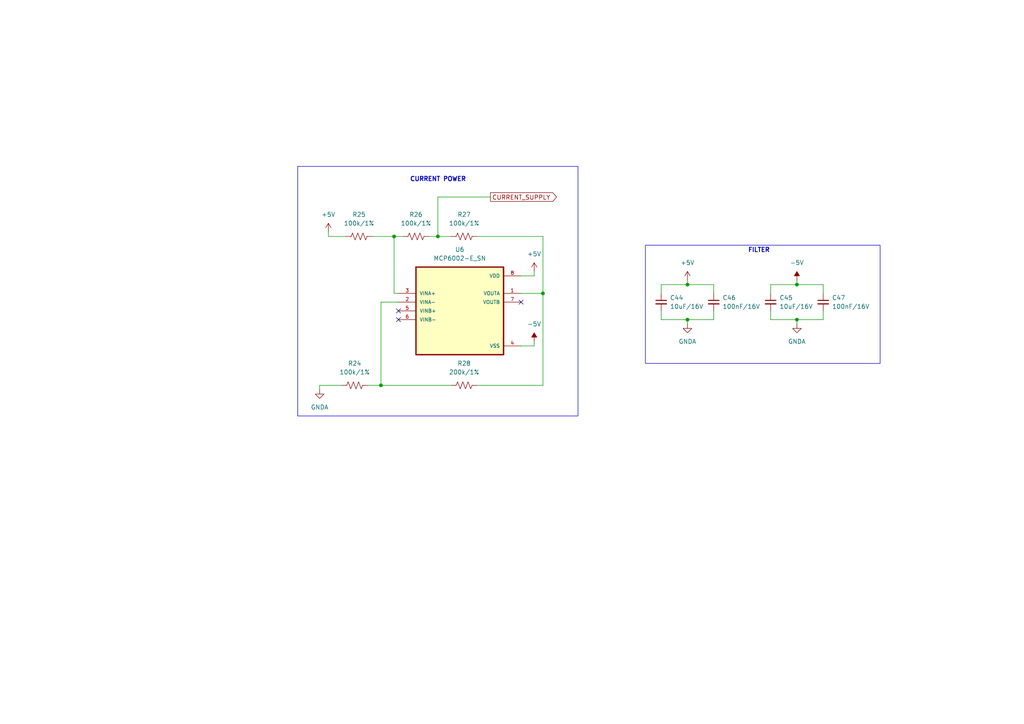
<source format=kicad_sch>
(kicad_sch
	(version 20231120)
	(generator "eeschema")
	(generator_version "8.0")
	(uuid "c51c36bc-9c8a-4b90-ab7a-6ec9b013d740")
	(paper "A4")
	(title_block
		(title "CURRENT SUPPLY")
		(date "2024-03-08")
	)
	(lib_symbols
		(symbol "Device:C_Small"
			(pin_numbers hide)
			(pin_names
				(offset 0.254) hide)
			(exclude_from_sim no)
			(in_bom yes)
			(on_board yes)
			(property "Reference" "C"
				(at 0.254 1.778 0)
				(effects
					(font
						(size 1.27 1.27)
					)
					(justify left)
				)
			)
			(property "Value" "C_Small"
				(at 0.254 -2.032 0)
				(effects
					(font
						(size 1.27 1.27)
					)
					(justify left)
				)
			)
			(property "Footprint" ""
				(at 0 0 0)
				(effects
					(font
						(size 1.27 1.27)
					)
					(hide yes)
				)
			)
			(property "Datasheet" "~"
				(at 0 0 0)
				(effects
					(font
						(size 1.27 1.27)
					)
					(hide yes)
				)
			)
			(property "Description" "Unpolarized capacitor, small symbol"
				(at 0 0 0)
				(effects
					(font
						(size 1.27 1.27)
					)
					(hide yes)
				)
			)
			(property "ki_keywords" "capacitor cap"
				(at 0 0 0)
				(effects
					(font
						(size 1.27 1.27)
					)
					(hide yes)
				)
			)
			(property "ki_fp_filters" "C_*"
				(at 0 0 0)
				(effects
					(font
						(size 1.27 1.27)
					)
					(hide yes)
				)
			)
			(symbol "C_Small_0_1"
				(polyline
					(pts
						(xy -1.524 -0.508) (xy 1.524 -0.508)
					)
					(stroke
						(width 0.3302)
						(type default)
					)
					(fill
						(type none)
					)
				)
				(polyline
					(pts
						(xy -1.524 0.508) (xy 1.524 0.508)
					)
					(stroke
						(width 0.3048)
						(type default)
					)
					(fill
						(type none)
					)
				)
			)
			(symbol "C_Small_1_1"
				(pin passive line
					(at 0 2.54 270)
					(length 2.032)
					(name "~"
						(effects
							(font
								(size 1.27 1.27)
							)
						)
					)
					(number "1"
						(effects
							(font
								(size 1.27 1.27)
							)
						)
					)
				)
				(pin passive line
					(at 0 -2.54 90)
					(length 2.032)
					(name "~"
						(effects
							(font
								(size 1.27 1.27)
							)
						)
					)
					(number "2"
						(effects
							(font
								(size 1.27 1.27)
							)
						)
					)
				)
			)
		)
		(symbol "Device:R_US"
			(pin_numbers hide)
			(pin_names
				(offset 0)
			)
			(exclude_from_sim no)
			(in_bom yes)
			(on_board yes)
			(property "Reference" "R"
				(at 2.54 0 90)
				(effects
					(font
						(size 1.27 1.27)
					)
				)
			)
			(property "Value" "R_US"
				(at -2.54 0 90)
				(effects
					(font
						(size 1.27 1.27)
					)
				)
			)
			(property "Footprint" ""
				(at 1.016 -0.254 90)
				(effects
					(font
						(size 1.27 1.27)
					)
					(hide yes)
				)
			)
			(property "Datasheet" "~"
				(at 0 0 0)
				(effects
					(font
						(size 1.27 1.27)
					)
					(hide yes)
				)
			)
			(property "Description" "Resistor, US symbol"
				(at 0 0 0)
				(effects
					(font
						(size 1.27 1.27)
					)
					(hide yes)
				)
			)
			(property "ki_keywords" "R res resistor"
				(at 0 0 0)
				(effects
					(font
						(size 1.27 1.27)
					)
					(hide yes)
				)
			)
			(property "ki_fp_filters" "R_*"
				(at 0 0 0)
				(effects
					(font
						(size 1.27 1.27)
					)
					(hide yes)
				)
			)
			(symbol "R_US_0_1"
				(polyline
					(pts
						(xy 0 -2.286) (xy 0 -2.54)
					)
					(stroke
						(width 0)
						(type default)
					)
					(fill
						(type none)
					)
				)
				(polyline
					(pts
						(xy 0 2.286) (xy 0 2.54)
					)
					(stroke
						(width 0)
						(type default)
					)
					(fill
						(type none)
					)
				)
				(polyline
					(pts
						(xy 0 -0.762) (xy 1.016 -1.143) (xy 0 -1.524) (xy -1.016 -1.905) (xy 0 -2.286)
					)
					(stroke
						(width 0)
						(type default)
					)
					(fill
						(type none)
					)
				)
				(polyline
					(pts
						(xy 0 0.762) (xy 1.016 0.381) (xy 0 0) (xy -1.016 -0.381) (xy 0 -0.762)
					)
					(stroke
						(width 0)
						(type default)
					)
					(fill
						(type none)
					)
				)
				(polyline
					(pts
						(xy 0 2.286) (xy 1.016 1.905) (xy 0 1.524) (xy -1.016 1.143) (xy 0 0.762)
					)
					(stroke
						(width 0)
						(type default)
					)
					(fill
						(type none)
					)
				)
			)
			(symbol "R_US_1_1"
				(pin passive line
					(at 0 3.81 270)
					(length 1.27)
					(name "~"
						(effects
							(font
								(size 1.27 1.27)
							)
						)
					)
					(number "1"
						(effects
							(font
								(size 1.27 1.27)
							)
						)
					)
				)
				(pin passive line
					(at 0 -3.81 90)
					(length 1.27)
					(name "~"
						(effects
							(font
								(size 1.27 1.27)
							)
						)
					)
					(number "2"
						(effects
							(font
								(size 1.27 1.27)
							)
						)
					)
				)
			)
		)
		(symbol "MCP6002-E_SN:MCP6002-E_SN"
			(pin_names
				(offset 1.016)
			)
			(exclude_from_sim no)
			(in_bom yes)
			(on_board yes)
			(property "Reference" "U"
				(at -12.7 13.7 0)
				(effects
					(font
						(size 1.27 1.27)
					)
					(justify left bottom)
				)
			)
			(property "Value" "MCP6002-E_SN"
				(at -12.7 -16.7 0)
				(effects
					(font
						(size 1.27 1.27)
					)
					(justify left bottom)
				)
			)
			(property "Footprint" "MCP6002-E_SN:SOIC127P599X175-8N"
				(at 0 0 0)
				(effects
					(font
						(size 1.27 1.27)
					)
					(justify bottom)
					(hide yes)
				)
			)
			(property "Datasheet" ""
				(at 0 0 0)
				(effects
					(font
						(size 1.27 1.27)
					)
					(hide yes)
				)
			)
			(property "Description" ""
				(at 0 0 0)
				(effects
					(font
						(size 1.27 1.27)
					)
					(hide yes)
				)
			)
			(property "URL" "https://www.thegioiic.com/mcp6002-i-sn-ic-opamp-general-purpose-amplifier-2-circuit-1mhz-8-soic"
				(at 0 0 0)
				(effects
					(font
						(size 1.27 1.27)
					)
					(hide yes)
				)
			)
			(symbol "MCP6002-E_SN_0_0"
				(rectangle
					(start -12.7 -12.7)
					(end 12.7 12.7)
					(stroke
						(width 0.41)
						(type default)
					)
					(fill
						(type background)
					)
				)
				(pin output line
					(at 17.78 5.08 180)
					(length 5.08)
					(name "VOUTA"
						(effects
							(font
								(size 1.016 1.016)
							)
						)
					)
					(number "1"
						(effects
							(font
								(size 1.016 1.016)
							)
						)
					)
				)
				(pin input line
					(at -17.78 2.54 0)
					(length 5.08)
					(name "VINA-"
						(effects
							(font
								(size 1.016 1.016)
							)
						)
					)
					(number "2"
						(effects
							(font
								(size 1.016 1.016)
							)
						)
					)
				)
				(pin input line
					(at -17.78 5.08 0)
					(length 5.08)
					(name "VINA+"
						(effects
							(font
								(size 1.016 1.016)
							)
						)
					)
					(number "3"
						(effects
							(font
								(size 1.016 1.016)
							)
						)
					)
				)
				(pin power_in line
					(at 17.78 -10.16 180)
					(length 5.08)
					(name "VSS"
						(effects
							(font
								(size 1.016 1.016)
							)
						)
					)
					(number "4"
						(effects
							(font
								(size 1.016 1.016)
							)
						)
					)
				)
				(pin input line
					(at -17.78 0 0)
					(length 5.08)
					(name "VINB+"
						(effects
							(font
								(size 1.016 1.016)
							)
						)
					)
					(number "5"
						(effects
							(font
								(size 1.016 1.016)
							)
						)
					)
				)
				(pin input line
					(at -17.78 -2.54 0)
					(length 5.08)
					(name "VINB-"
						(effects
							(font
								(size 1.016 1.016)
							)
						)
					)
					(number "6"
						(effects
							(font
								(size 1.016 1.016)
							)
						)
					)
				)
				(pin output line
					(at 17.78 2.54 180)
					(length 5.08)
					(name "VOUTB"
						(effects
							(font
								(size 1.016 1.016)
							)
						)
					)
					(number "7"
						(effects
							(font
								(size 1.016 1.016)
							)
						)
					)
				)
				(pin power_in line
					(at 17.78 10.16 180)
					(length 5.08)
					(name "VDD"
						(effects
							(font
								(size 1.016 1.016)
							)
						)
					)
					(number "8"
						(effects
							(font
								(size 1.016 1.016)
							)
						)
					)
				)
			)
		)
		(symbol "power:+5V"
			(power)
			(pin_names
				(offset 0)
			)
			(exclude_from_sim no)
			(in_bom yes)
			(on_board yes)
			(property "Reference" "#PWR"
				(at 0 -3.81 0)
				(effects
					(font
						(size 1.27 1.27)
					)
					(hide yes)
				)
			)
			(property "Value" "+5V"
				(at 0 3.556 0)
				(effects
					(font
						(size 1.27 1.27)
					)
				)
			)
			(property "Footprint" ""
				(at 0 0 0)
				(effects
					(font
						(size 1.27 1.27)
					)
					(hide yes)
				)
			)
			(property "Datasheet" ""
				(at 0 0 0)
				(effects
					(font
						(size 1.27 1.27)
					)
					(hide yes)
				)
			)
			(property "Description" "Power symbol creates a global label with name \"+5V\""
				(at 0 0 0)
				(effects
					(font
						(size 1.27 1.27)
					)
					(hide yes)
				)
			)
			(property "ki_keywords" "global power"
				(at 0 0 0)
				(effects
					(font
						(size 1.27 1.27)
					)
					(hide yes)
				)
			)
			(symbol "+5V_0_1"
				(polyline
					(pts
						(xy -0.762 1.27) (xy 0 2.54)
					)
					(stroke
						(width 0)
						(type default)
					)
					(fill
						(type none)
					)
				)
				(polyline
					(pts
						(xy 0 0) (xy 0 2.54)
					)
					(stroke
						(width 0)
						(type default)
					)
					(fill
						(type none)
					)
				)
				(polyline
					(pts
						(xy 0 2.54) (xy 0.762 1.27)
					)
					(stroke
						(width 0)
						(type default)
					)
					(fill
						(type none)
					)
				)
			)
			(symbol "+5V_1_1"
				(pin power_in line
					(at 0 0 90)
					(length 0) hide
					(name "+5V"
						(effects
							(font
								(size 1.27 1.27)
							)
						)
					)
					(number "1"
						(effects
							(font
								(size 1.27 1.27)
							)
						)
					)
				)
			)
		)
		(symbol "power:-5V"
			(power)
			(pin_names
				(offset 0)
			)
			(exclude_from_sim no)
			(in_bom yes)
			(on_board yes)
			(property "Reference" "#PWR"
				(at 0 2.54 0)
				(effects
					(font
						(size 1.27 1.27)
					)
					(hide yes)
				)
			)
			(property "Value" "-5V"
				(at 0 3.81 0)
				(effects
					(font
						(size 1.27 1.27)
					)
				)
			)
			(property "Footprint" ""
				(at 0 0 0)
				(effects
					(font
						(size 1.27 1.27)
					)
					(hide yes)
				)
			)
			(property "Datasheet" ""
				(at 0 0 0)
				(effects
					(font
						(size 1.27 1.27)
					)
					(hide yes)
				)
			)
			(property "Description" "Power symbol creates a global label with name \"-5V\""
				(at 0 0 0)
				(effects
					(font
						(size 1.27 1.27)
					)
					(hide yes)
				)
			)
			(property "ki_keywords" "global power"
				(at 0 0 0)
				(effects
					(font
						(size 1.27 1.27)
					)
					(hide yes)
				)
			)
			(symbol "-5V_0_0"
				(pin power_in line
					(at 0 0 90)
					(length 0) hide
					(name "-5V"
						(effects
							(font
								(size 1.27 1.27)
							)
						)
					)
					(number "1"
						(effects
							(font
								(size 1.27 1.27)
							)
						)
					)
				)
			)
			(symbol "-5V_0_1"
				(polyline
					(pts
						(xy 0 0) (xy 0 1.27) (xy 0.762 1.27) (xy 0 2.54) (xy -0.762 1.27) (xy 0 1.27)
					)
					(stroke
						(width 0)
						(type default)
					)
					(fill
						(type outline)
					)
				)
			)
		)
		(symbol "power:GNDA"
			(power)
			(pin_names
				(offset 0)
			)
			(exclude_from_sim no)
			(in_bom yes)
			(on_board yes)
			(property "Reference" "#PWR"
				(at 0 -6.35 0)
				(effects
					(font
						(size 1.27 1.27)
					)
					(hide yes)
				)
			)
			(property "Value" "GNDA"
				(at 0 -3.81 0)
				(effects
					(font
						(size 1.27 1.27)
					)
				)
			)
			(property "Footprint" ""
				(at 0 0 0)
				(effects
					(font
						(size 1.27 1.27)
					)
					(hide yes)
				)
			)
			(property "Datasheet" ""
				(at 0 0 0)
				(effects
					(font
						(size 1.27 1.27)
					)
					(hide yes)
				)
			)
			(property "Description" "Power symbol creates a global label with name \"GNDA\" , analog ground"
				(at 0 0 0)
				(effects
					(font
						(size 1.27 1.27)
					)
					(hide yes)
				)
			)
			(property "ki_keywords" "global power"
				(at 0 0 0)
				(effects
					(font
						(size 1.27 1.27)
					)
					(hide yes)
				)
			)
			(symbol "GNDA_0_1"
				(polyline
					(pts
						(xy 0 0) (xy 0 -1.27) (xy 1.27 -1.27) (xy 0 -2.54) (xy -1.27 -1.27) (xy 0 -1.27)
					)
					(stroke
						(width 0)
						(type default)
					)
					(fill
						(type none)
					)
				)
			)
			(symbol "GNDA_1_1"
				(pin power_in line
					(at 0 0 270)
					(length 0) hide
					(name "GNDA"
						(effects
							(font
								(size 1.27 1.27)
							)
						)
					)
					(number "1"
						(effects
							(font
								(size 1.27 1.27)
							)
						)
					)
				)
			)
		)
	)
	(junction
		(at 199.39 82.55)
		(diameter 0)
		(color 0 0 0 0)
		(uuid "07d728ec-1f42-4543-87c9-5b08eb72a8d1")
	)
	(junction
		(at 231.14 92.71)
		(diameter 0)
		(color 0 0 0 0)
		(uuid "3003d74e-26b9-4a2b-baff-c3b1272a5111")
	)
	(junction
		(at 110.49 111.76)
		(diameter 0)
		(color 0 0 0 0)
		(uuid "379ac484-32f1-4694-9aec-a4488e79a0d8")
	)
	(junction
		(at 127 68.58)
		(diameter 0)
		(color 0 0 0 0)
		(uuid "44b6f68d-a560-41cf-869a-6459a93bec64")
	)
	(junction
		(at 114.3 68.58)
		(diameter 0)
		(color 0 0 0 0)
		(uuid "b81ceb85-fc89-4555-931d-bf85a94442da")
	)
	(junction
		(at 157.48 85.09)
		(diameter 0)
		(color 0 0 0 0)
		(uuid "cffc2471-e3f0-4351-b391-a679a377c08f")
	)
	(junction
		(at 199.39 92.71)
		(diameter 0)
		(color 0 0 0 0)
		(uuid "d8c49057-d106-45f2-a157-fef10c99178f")
	)
	(junction
		(at 231.14 82.55)
		(diameter 0)
		(color 0 0 0 0)
		(uuid "eccf413d-9985-4579-97d5-2619fe86935b")
	)
	(no_connect
		(at 115.57 92.71)
		(uuid "0c8bee8c-6f10-4115-89cb-41fb4dc559a5")
	)
	(no_connect
		(at 115.57 90.17)
		(uuid "10aa22c1-9500-46ea-bc62-5187374125d7")
	)
	(no_connect
		(at 151.13 87.63)
		(uuid "fc099cee-c44b-4d7d-a760-704983bce151")
	)
	(wire
		(pts
			(xy 107.95 68.58) (xy 114.3 68.58)
		)
		(stroke
			(width 0)
			(type default)
		)
		(uuid "0b2a8498-e9d8-4c68-853f-ec6f64dc93d7")
	)
	(wire
		(pts
			(xy 142.24 57.15) (xy 127 57.15)
		)
		(stroke
			(width 0)
			(type default)
		)
		(uuid "0e0bce09-ee75-4210-827e-683870a0e13d")
	)
	(wire
		(pts
			(xy 114.3 68.58) (xy 114.3 85.09)
		)
		(stroke
			(width 0)
			(type default)
		)
		(uuid "1bce4eef-b7ac-4ed8-a506-aa54ffb8fffe")
	)
	(wire
		(pts
			(xy 223.52 82.55) (xy 231.14 82.55)
		)
		(stroke
			(width 0)
			(type default)
		)
		(uuid "1cad1071-3838-48d9-86db-112835c29d5f")
	)
	(wire
		(pts
			(xy 127 68.58) (xy 130.81 68.58)
		)
		(stroke
			(width 0)
			(type default)
		)
		(uuid "1f07e38c-090d-4b5d-b4b0-e06ab6d90eed")
	)
	(wire
		(pts
			(xy 138.43 68.58) (xy 157.48 68.58)
		)
		(stroke
			(width 0)
			(type default)
		)
		(uuid "201a6a49-7657-43a2-a4a8-fe30fd4e694c")
	)
	(wire
		(pts
			(xy 207.01 92.71) (xy 207.01 90.17)
		)
		(stroke
			(width 0)
			(type default)
		)
		(uuid "246d1539-a2b5-4d12-966e-c3203c1b26d5")
	)
	(wire
		(pts
			(xy 199.39 82.55) (xy 207.01 82.55)
		)
		(stroke
			(width 0)
			(type default)
		)
		(uuid "260be2ea-2460-4fee-8595-e968d7bcdb8c")
	)
	(wire
		(pts
			(xy 151.13 80.01) (xy 154.94 80.01)
		)
		(stroke
			(width 0)
			(type default)
		)
		(uuid "348711c5-9c99-45df-8914-d55531748098")
	)
	(wire
		(pts
			(xy 238.76 92.71) (xy 238.76 90.17)
		)
		(stroke
			(width 0)
			(type default)
		)
		(uuid "39a4b858-4884-42db-bab9-e6ed423c89c2")
	)
	(wire
		(pts
			(xy 231.14 82.55) (xy 238.76 82.55)
		)
		(stroke
			(width 0)
			(type default)
		)
		(uuid "3a7ae152-e8c1-4bb3-bfc7-d7ecafdf02ae")
	)
	(wire
		(pts
			(xy 191.77 82.55) (xy 191.77 85.09)
		)
		(stroke
			(width 0)
			(type default)
		)
		(uuid "3e9344e7-be06-49ee-a185-a4c551534b25")
	)
	(wire
		(pts
			(xy 95.25 67.31) (xy 95.25 68.58)
		)
		(stroke
			(width 0)
			(type default)
		)
		(uuid "42be7c77-71eb-43a0-b29a-6afd5be864e5")
	)
	(wire
		(pts
			(xy 154.94 78.74) (xy 154.94 80.01)
		)
		(stroke
			(width 0)
			(type default)
		)
		(uuid "45c09f58-cbc0-4c12-a20f-30662e19902d")
	)
	(wire
		(pts
			(xy 199.39 81.28) (xy 199.39 82.55)
		)
		(stroke
			(width 0)
			(type default)
		)
		(uuid "47c27545-25f4-4b15-932d-50d0dab4c5b4")
	)
	(wire
		(pts
			(xy 110.49 111.76) (xy 106.68 111.76)
		)
		(stroke
			(width 0)
			(type default)
		)
		(uuid "4eb427d9-dc10-4e32-8ab8-ee18392c71c8")
	)
	(wire
		(pts
			(xy 115.57 85.09) (xy 114.3 85.09)
		)
		(stroke
			(width 0)
			(type default)
		)
		(uuid "4ec0dcae-1953-4afb-a3b4-9d1bb1e501a9")
	)
	(wire
		(pts
			(xy 223.52 90.17) (xy 223.52 92.71)
		)
		(stroke
			(width 0)
			(type default)
		)
		(uuid "62475304-47a9-4d8a-97e5-ee36f7e8874d")
	)
	(wire
		(pts
			(xy 238.76 82.55) (xy 238.76 85.09)
		)
		(stroke
			(width 0)
			(type default)
		)
		(uuid "6b0d497a-686f-49b1-8cb2-b25c0fdaf16e")
	)
	(wire
		(pts
			(xy 92.71 111.76) (xy 99.06 111.76)
		)
		(stroke
			(width 0)
			(type default)
		)
		(uuid "6b1a21bd-38c2-49b9-aa65-202a15159273")
	)
	(wire
		(pts
			(xy 110.49 111.76) (xy 130.81 111.76)
		)
		(stroke
			(width 0)
			(type default)
		)
		(uuid "6db8f4ed-2cc8-46b7-9ee5-494303a7dd84")
	)
	(wire
		(pts
			(xy 110.49 87.63) (xy 110.49 111.76)
		)
		(stroke
			(width 0)
			(type default)
		)
		(uuid "78157ba4-f2e2-45a6-8e73-589995ab7b37")
	)
	(wire
		(pts
			(xy 231.14 92.71) (xy 231.14 93.98)
		)
		(stroke
			(width 0)
			(type default)
		)
		(uuid "83c4a59c-edc9-47a9-9a60-88c11dbc0acd")
	)
	(wire
		(pts
			(xy 223.52 92.71) (xy 231.14 92.71)
		)
		(stroke
			(width 0)
			(type default)
		)
		(uuid "89b0618f-a9b3-4baa-ab54-3a0e4e8a1717")
	)
	(wire
		(pts
			(xy 157.48 68.58) (xy 157.48 85.09)
		)
		(stroke
			(width 0)
			(type default)
		)
		(uuid "8d1403fb-96f1-4d25-aa62-6e2148a653f3")
	)
	(wire
		(pts
			(xy 191.77 90.17) (xy 191.77 92.71)
		)
		(stroke
			(width 0)
			(type default)
		)
		(uuid "90f662f7-d724-4ab7-9c45-9af2dd888814")
	)
	(wire
		(pts
			(xy 138.43 111.76) (xy 157.48 111.76)
		)
		(stroke
			(width 0)
			(type default)
		)
		(uuid "96719bea-e906-43ae-b2f0-0263c9255c36")
	)
	(wire
		(pts
			(xy 191.77 92.71) (xy 199.39 92.71)
		)
		(stroke
			(width 0)
			(type default)
		)
		(uuid "a217861a-e93e-43b3-95ee-96988e7f6e76")
	)
	(wire
		(pts
			(xy 223.52 85.09) (xy 223.52 82.55)
		)
		(stroke
			(width 0)
			(type default)
		)
		(uuid "adbd2696-edc6-4f85-9cc9-30274abbbc26")
	)
	(wire
		(pts
			(xy 199.39 82.55) (xy 191.77 82.55)
		)
		(stroke
			(width 0)
			(type default)
		)
		(uuid "ba34599a-786f-4f83-9d01-c735e2ebfcc2")
	)
	(wire
		(pts
			(xy 199.39 92.71) (xy 207.01 92.71)
		)
		(stroke
			(width 0)
			(type default)
		)
		(uuid "bc2c89d0-4cf7-433e-8b72-a9e1fadf19b8")
	)
	(wire
		(pts
			(xy 157.48 111.76) (xy 157.48 85.09)
		)
		(stroke
			(width 0)
			(type default)
		)
		(uuid "c09140d0-72cd-49a7-ae21-bd6f9053a02f")
	)
	(wire
		(pts
			(xy 154.94 100.33) (xy 151.13 100.33)
		)
		(stroke
			(width 0)
			(type default)
		)
		(uuid "c55811ad-e1fe-46e2-8093-9ba7ef0322a4")
	)
	(wire
		(pts
			(xy 124.46 68.58) (xy 127 68.58)
		)
		(stroke
			(width 0)
			(type default)
		)
		(uuid "c56e124c-c1be-431b-a92f-ad0acb4289c9")
	)
	(wire
		(pts
			(xy 92.71 111.76) (xy 92.71 113.03)
		)
		(stroke
			(width 0)
			(type default)
		)
		(uuid "c6c4dc26-4bfd-46fb-bb9f-2456135a2276")
	)
	(wire
		(pts
			(xy 199.39 92.71) (xy 199.39 93.98)
		)
		(stroke
			(width 0)
			(type default)
		)
		(uuid "d0dae343-f73a-404f-b65b-b5d293307954")
	)
	(wire
		(pts
			(xy 231.14 81.28) (xy 231.14 82.55)
		)
		(stroke
			(width 0)
			(type default)
		)
		(uuid "d644c675-b243-46c8-b452-cc4982893db9")
	)
	(wire
		(pts
			(xy 115.57 87.63) (xy 110.49 87.63)
		)
		(stroke
			(width 0)
			(type default)
		)
		(uuid "e218fa66-30ce-4740-a12e-585336f9566e")
	)
	(wire
		(pts
			(xy 231.14 92.71) (xy 238.76 92.71)
		)
		(stroke
			(width 0)
			(type default)
		)
		(uuid "e24fa824-7fda-440c-a900-79f52cc5cfae")
	)
	(wire
		(pts
			(xy 127 57.15) (xy 127 68.58)
		)
		(stroke
			(width 0)
			(type default)
		)
		(uuid "e5525964-d806-4148-92dc-81c4e6635b95")
	)
	(wire
		(pts
			(xy 154.94 99.06) (xy 154.94 100.33)
		)
		(stroke
			(width 0)
			(type default)
		)
		(uuid "ef9e7b95-6f2c-4930-ba65-8a76d141a85b")
	)
	(wire
		(pts
			(xy 207.01 85.09) (xy 207.01 82.55)
		)
		(stroke
			(width 0)
			(type default)
		)
		(uuid "efaba9a4-0b2f-45b5-912e-27560d542286")
	)
	(wire
		(pts
			(xy 95.25 68.58) (xy 100.33 68.58)
		)
		(stroke
			(width 0)
			(type default)
		)
		(uuid "f9fae2a7-ae78-47ad-8e8e-9f91c2b43fbf")
	)
	(wire
		(pts
			(xy 157.48 85.09) (xy 151.13 85.09)
		)
		(stroke
			(width 0)
			(type default)
		)
		(uuid "fec09b24-1755-45e5-ac93-8af3836b0d46")
	)
	(wire
		(pts
			(xy 114.3 68.58) (xy 116.84 68.58)
		)
		(stroke
			(width 0)
			(type default)
		)
		(uuid "ffa73cef-40f9-4e07-9767-42919b9671ef")
	)
	(rectangle
		(start 86.36 48.26)
		(end 167.64 120.65)
		(stroke
			(width 0)
			(type default)
		)
		(fill
			(type none)
		)
		(uuid 160cfca4-df03-438b-94cb-4500d9040bc9)
	)
	(rectangle
		(start 187.198 71.12)
		(end 255.27 105.41)
		(stroke
			(width 0)
			(type default)
		)
		(fill
			(type none)
		)
		(uuid 90004186-7ad2-40bd-9824-10d07d753a0c)
	)
	(text "CURRENT POWER"
		(exclude_from_sim no)
		(at 118.872 52.832 0)
		(effects
			(font
				(size 1.27 1.27)
				(thickness 0.254)
				(bold yes)
			)
			(justify left bottom)
		)
		(uuid "2d47f63d-895b-48db-9130-8a2e0b5f4635")
	)
	(text "FILTER"
		(exclude_from_sim no)
		(at 216.916 73.406 0)
		(effects
			(font
				(size 1.27 1.27)
				(thickness 0.254)
				(bold yes)
			)
			(justify left bottom)
		)
		(uuid "7158ac98-841b-438b-bd71-bccc37234d97")
	)
	(global_label "CURRENT_SUPPLY"
		(shape output)
		(at 142.24 57.15 0)
		(fields_autoplaced yes)
		(effects
			(font
				(size 1.27 1.27)
			)
			(justify left)
		)
		(uuid "47a20e64-5cf9-41c6-ac44-d9592e2d59a0")
		(property "Intersheetrefs" "${INTERSHEET_REFS}"
			(at 161.9771 57.15 0)
			(effects
				(font
					(size 1.27 1.27)
				)
				(justify left)
				(hide yes)
			)
		)
	)
	(symbol
		(lib_id "Device:R_US")
		(at 102.87 111.76 90)
		(unit 1)
		(exclude_from_sim no)
		(in_bom yes)
		(on_board yes)
		(dnp no)
		(fields_autoplaced yes)
		(uuid "01950467-ee4a-49de-a45d-5e81c28c42a1")
		(property "Reference" "R24"
			(at 102.87 105.41 90)
			(effects
				(font
					(size 1.27 1.27)
				)
			)
		)
		(property "Value" "100k/1%"
			(at 102.87 107.95 90)
			(effects
				(font
					(size 1.27 1.27)
				)
			)
		)
		(property "Footprint" "Resistor_SMD:R_0603_1608Metric_Pad0.98x0.95mm_HandSolder"
			(at 103.124 110.744 90)
			(effects
				(font
					(size 1.27 1.27)
				)
				(hide yes)
			)
		)
		(property "Datasheet" "~"
			(at 102.87 111.76 0)
			(effects
				(font
					(size 1.27 1.27)
				)
				(hide yes)
			)
		)
		(property "Description" ""
			(at 102.87 111.76 0)
			(effects
				(font
					(size 1.27 1.27)
				)
				(hide yes)
			)
		)
		(property "URL" "https://www.thegioiic.com/dien-tro-100-kohm-0603-1-"
			(at 102.87 111.76 0)
			(effects
				(font
					(size 1.27 1.27)
				)
				(hide yes)
			)
		)
		(pin "1"
			(uuid "a4e8af99-79a9-41ed-8f23-0227863a5dea")
		)
		(pin "2"
			(uuid "587b2de0-b466-46f2-b029-8089371a16b8")
		)
		(instances
			(project "BTL_ESD"
				(path "/ce4779b4-6d78-42e3-84df-0a4e77629b0f/5e78f83c-f202-4ca3-bd35-bb95a1f1b22b"
					(reference "R24")
					(unit 1)
				)
			)
		)
	)
	(symbol
		(lib_id "power:GNDA")
		(at 199.39 93.98 0)
		(unit 1)
		(exclude_from_sim no)
		(in_bom yes)
		(on_board yes)
		(dnp no)
		(fields_autoplaced yes)
		(uuid "0463cf07-736e-4f6c-bb51-0cd613275be5")
		(property "Reference" "#PWR064"
			(at 199.39 100.33 0)
			(effects
				(font
					(size 1.27 1.27)
				)
				(hide yes)
			)
		)
		(property "Value" "GNDA"
			(at 199.39 99.06 0)
			(effects
				(font
					(size 1.27 1.27)
				)
			)
		)
		(property "Footprint" ""
			(at 199.39 93.98 0)
			(effects
				(font
					(size 1.27 1.27)
				)
				(hide yes)
			)
		)
		(property "Datasheet" ""
			(at 199.39 93.98 0)
			(effects
				(font
					(size 1.27 1.27)
				)
				(hide yes)
			)
		)
		(property "Description" ""
			(at 199.39 93.98 0)
			(effects
				(font
					(size 1.27 1.27)
				)
				(hide yes)
			)
		)
		(pin "1"
			(uuid "c6639c43-6194-4eb4-a2a4-292e49b32b40")
		)
		(instances
			(project "BTL_ESD"
				(path "/ce4779b4-6d78-42e3-84df-0a4e77629b0f/5e78f83c-f202-4ca3-bd35-bb95a1f1b22b"
					(reference "#PWR064")
					(unit 1)
				)
			)
		)
	)
	(symbol
		(lib_id "power:+5V")
		(at 95.25 67.31 0)
		(unit 1)
		(exclude_from_sim no)
		(in_bom yes)
		(on_board yes)
		(dnp no)
		(fields_autoplaced yes)
		(uuid "09a5a2ed-5a44-43b5-b05f-9632a05829e3")
		(property "Reference" "#PWR060"
			(at 95.25 71.12 0)
			(effects
				(font
					(size 1.27 1.27)
				)
				(hide yes)
			)
		)
		(property "Value" "+5V"
			(at 95.25 62.23 0)
			(effects
				(font
					(size 1.27 1.27)
				)
			)
		)
		(property "Footprint" ""
			(at 95.25 67.31 0)
			(effects
				(font
					(size 1.27 1.27)
				)
				(hide yes)
			)
		)
		(property "Datasheet" ""
			(at 95.25 67.31 0)
			(effects
				(font
					(size 1.27 1.27)
				)
				(hide yes)
			)
		)
		(property "Description" ""
			(at 95.25 67.31 0)
			(effects
				(font
					(size 1.27 1.27)
				)
				(hide yes)
			)
		)
		(pin "1"
			(uuid "2a9ce72e-d341-4f05-8c82-142bd545f9e2")
		)
		(instances
			(project "BTL_ESD"
				(path "/ce4779b4-6d78-42e3-84df-0a4e77629b0f/5e78f83c-f202-4ca3-bd35-bb95a1f1b22b"
					(reference "#PWR060")
					(unit 1)
				)
			)
		)
	)
	(symbol
		(lib_id "Device:R_US")
		(at 120.65 68.58 90)
		(unit 1)
		(exclude_from_sim no)
		(in_bom yes)
		(on_board yes)
		(dnp no)
		(fields_autoplaced yes)
		(uuid "17fe5766-fc54-4fd4-aa66-62c6dd6c4a1b")
		(property "Reference" "R26"
			(at 120.65 62.23 90)
			(effects
				(font
					(size 1.27 1.27)
				)
			)
		)
		(property "Value" "100k/1%"
			(at 120.65 64.77 90)
			(effects
				(font
					(size 1.27 1.27)
				)
			)
		)
		(property "Footprint" "Resistor_SMD:R_0603_1608Metric_Pad0.98x0.95mm_HandSolder"
			(at 120.904 67.564 90)
			(effects
				(font
					(size 1.27 1.27)
				)
				(hide yes)
			)
		)
		(property "Datasheet" "~"
			(at 120.65 68.58 0)
			(effects
				(font
					(size 1.27 1.27)
				)
				(hide yes)
			)
		)
		(property "Description" ""
			(at 120.65 68.58 0)
			(effects
				(font
					(size 1.27 1.27)
				)
				(hide yes)
			)
		)
		(property "URL" "https://www.thegioiic.com/dien-tro-100-kohm-0603-1-"
			(at 120.65 68.58 0)
			(effects
				(font
					(size 1.27 1.27)
				)
				(hide yes)
			)
		)
		(pin "1"
			(uuid "9402c0bc-4df8-4472-abc6-580b2bcc115f")
		)
		(pin "2"
			(uuid "58230e58-c0ed-4116-b175-7968c81f3f5b")
		)
		(instances
			(project "BTL_ESD"
				(path "/ce4779b4-6d78-42e3-84df-0a4e77629b0f/5e78f83c-f202-4ca3-bd35-bb95a1f1b22b"
					(reference "R26")
					(unit 1)
				)
			)
		)
	)
	(symbol
		(lib_id "power:-5V")
		(at 231.14 81.28 0)
		(unit 1)
		(exclude_from_sim no)
		(in_bom yes)
		(on_board yes)
		(dnp no)
		(fields_autoplaced yes)
		(uuid "22f3d5e4-67b4-431b-89be-de5f1940787d")
		(property "Reference" "#PWR065"
			(at 231.14 78.74 0)
			(effects
				(font
					(size 1.27 1.27)
				)
				(hide yes)
			)
		)
		(property "Value" "-5V"
			(at 231.14 76.2 0)
			(effects
				(font
					(size 1.27 1.27)
				)
			)
		)
		(property "Footprint" ""
			(at 231.14 81.28 0)
			(effects
				(font
					(size 1.27 1.27)
				)
				(hide yes)
			)
		)
		(property "Datasheet" ""
			(at 231.14 81.28 0)
			(effects
				(font
					(size 1.27 1.27)
				)
				(hide yes)
			)
		)
		(property "Description" ""
			(at 231.14 81.28 0)
			(effects
				(font
					(size 1.27 1.27)
				)
				(hide yes)
			)
		)
		(pin "1"
			(uuid "519ff82f-59a6-4efb-b88e-8bbcdcc46f09")
		)
		(instances
			(project "BTL_ESD"
				(path "/ce4779b4-6d78-42e3-84df-0a4e77629b0f/5e78f83c-f202-4ca3-bd35-bb95a1f1b22b"
					(reference "#PWR065")
					(unit 1)
				)
			)
		)
	)
	(symbol
		(lib_id "Device:R_US")
		(at 134.62 68.58 90)
		(unit 1)
		(exclude_from_sim no)
		(in_bom yes)
		(on_board yes)
		(dnp no)
		(fields_autoplaced yes)
		(uuid "7df44b21-af8e-4cea-8720-4268ba189dcd")
		(property "Reference" "R27"
			(at 134.62 62.23 90)
			(effects
				(font
					(size 1.27 1.27)
				)
			)
		)
		(property "Value" "100k/1%"
			(at 134.62 64.77 90)
			(effects
				(font
					(size 1.27 1.27)
				)
			)
		)
		(property "Footprint" "Resistor_SMD:R_0603_1608Metric_Pad0.98x0.95mm_HandSolder"
			(at 134.874 67.564 90)
			(effects
				(font
					(size 1.27 1.27)
				)
				(hide yes)
			)
		)
		(property "Datasheet" "~"
			(at 134.62 68.58 0)
			(effects
				(font
					(size 1.27 1.27)
				)
				(hide yes)
			)
		)
		(property "Description" ""
			(at 134.62 68.58 0)
			(effects
				(font
					(size 1.27 1.27)
				)
				(hide yes)
			)
		)
		(property "URL" "https://www.thegioiic.com/dien-tro-100-kohm-0603-1-"
			(at 134.62 68.58 0)
			(effects
				(font
					(size 1.27 1.27)
				)
				(hide yes)
			)
		)
		(pin "1"
			(uuid "863924a8-3c10-4ba0-8d64-7b2e75d66d0a")
		)
		(pin "2"
			(uuid "229e4ced-ddff-4158-9762-d88142c343a2")
		)
		(instances
			(project "BTL_ESD"
				(path "/ce4779b4-6d78-42e3-84df-0a4e77629b0f/5e78f83c-f202-4ca3-bd35-bb95a1f1b22b"
					(reference "R27")
					(unit 1)
				)
			)
		)
	)
	(symbol
		(lib_id "Device:C_Small")
		(at 238.76 87.63 0)
		(unit 1)
		(exclude_from_sim no)
		(in_bom yes)
		(on_board yes)
		(dnp no)
		(fields_autoplaced yes)
		(uuid "ae99fa80-4bba-475e-b73b-e083f9698537")
		(property "Reference" "C47"
			(at 241.3 86.3663 0)
			(effects
				(font
					(size 1.27 1.27)
				)
				(justify left)
			)
		)
		(property "Value" "100nF/16V"
			(at 241.3 88.9063 0)
			(effects
				(font
					(size 1.27 1.27)
				)
				(justify left)
			)
		)
		(property "Footprint" "Capacitor_SMD:C_0603_1608Metric_Pad1.08x0.95mm_HandSolder"
			(at 238.76 87.63 0)
			(effects
				(font
					(size 1.27 1.27)
				)
				(hide yes)
			)
		)
		(property "Datasheet" "~"
			(at 238.76 87.63 0)
			(effects
				(font
					(size 1.27 1.27)
				)
				(hide yes)
			)
		)
		(property "Description" ""
			(at 238.76 87.63 0)
			(effects
				(font
					(size 1.27 1.27)
				)
				(hide yes)
			)
		)
		(property "URL" "https://www.thegioiic.com/tu-gom-0603-100nf-0-1uf-16v"
			(at 238.76 87.63 0)
			(effects
				(font
					(size 1.27 1.27)
				)
				(hide yes)
			)
		)
		(pin "2"
			(uuid "069da8f7-f549-488e-80f0-d4f9208e81cd")
		)
		(pin "1"
			(uuid "e2e33abe-5471-4204-a164-cf9409d91de3")
		)
		(instances
			(project "BTL_ESD"
				(path "/ce4779b4-6d78-42e3-84df-0a4e77629b0f/5e78f83c-f202-4ca3-bd35-bb95a1f1b22b"
					(reference "C47")
					(unit 1)
				)
			)
		)
	)
	(symbol
		(lib_id "Device:R_US")
		(at 134.62 111.76 90)
		(unit 1)
		(exclude_from_sim no)
		(in_bom yes)
		(on_board yes)
		(dnp no)
		(fields_autoplaced yes)
		(uuid "b109f13f-9f96-4cd9-bd88-23a09e549deb")
		(property "Reference" "R28"
			(at 134.62 105.41 90)
			(effects
				(font
					(size 1.27 1.27)
				)
			)
		)
		(property "Value" "200k/1%"
			(at 134.62 107.95 90)
			(effects
				(font
					(size 1.27 1.27)
				)
			)
		)
		(property "Footprint" "Resistor_SMD:R_0603_1608Metric_Pad0.98x0.95mm_HandSolder"
			(at 134.874 110.744 90)
			(effects
				(font
					(size 1.27 1.27)
				)
				(hide yes)
			)
		)
		(property "Datasheet" "~"
			(at 134.62 111.76 0)
			(effects
				(font
					(size 1.27 1.27)
				)
				(hide yes)
			)
		)
		(property "Description" ""
			(at 134.62 111.76 0)
			(effects
				(font
					(size 1.27 1.27)
				)
				(hide yes)
			)
		)
		(property "URL" "https://www.thegioiic.com/dien-tro-200-kohm-0603-1-"
			(at 134.62 111.76 0)
			(effects
				(font
					(size 1.27 1.27)
				)
				(hide yes)
			)
		)
		(pin "1"
			(uuid "5dd5874b-e995-4306-8ecf-63ef442a4100")
		)
		(pin "2"
			(uuid "7ddce83f-4243-40d2-b357-48715f64c6a6")
		)
		(instances
			(project "BTL_ESD"
				(path "/ce4779b4-6d78-42e3-84df-0a4e77629b0f/5e78f83c-f202-4ca3-bd35-bb95a1f1b22b"
					(reference "R28")
					(unit 1)
				)
			)
		)
	)
	(symbol
		(lib_id "power:+5V")
		(at 199.39 81.28 0)
		(unit 1)
		(exclude_from_sim no)
		(in_bom yes)
		(on_board yes)
		(dnp no)
		(fields_autoplaced yes)
		(uuid "b37dbd5d-94a3-4941-9113-0f0c01befa3c")
		(property "Reference" "#PWR063"
			(at 199.39 85.09 0)
			(effects
				(font
					(size 1.27 1.27)
				)
				(hide yes)
			)
		)
		(property "Value" "+5V"
			(at 199.39 76.2 0)
			(effects
				(font
					(size 1.27 1.27)
				)
			)
		)
		(property "Footprint" ""
			(at 199.39 81.28 0)
			(effects
				(font
					(size 1.27 1.27)
				)
				(hide yes)
			)
		)
		(property "Datasheet" ""
			(at 199.39 81.28 0)
			(effects
				(font
					(size 1.27 1.27)
				)
				(hide yes)
			)
		)
		(property "Description" ""
			(at 199.39 81.28 0)
			(effects
				(font
					(size 1.27 1.27)
				)
				(hide yes)
			)
		)
		(pin "1"
			(uuid "67a9aa11-3db4-4058-b388-901341e7260b")
		)
		(instances
			(project "BTL_ESD"
				(path "/ce4779b4-6d78-42e3-84df-0a4e77629b0f/5e78f83c-f202-4ca3-bd35-bb95a1f1b22b"
					(reference "#PWR063")
					(unit 1)
				)
			)
		)
	)
	(symbol
		(lib_id "MCP6002-E_SN:MCP6002-E_SN")
		(at 133.35 90.17 0)
		(unit 1)
		(exclude_from_sim no)
		(in_bom yes)
		(on_board yes)
		(dnp no)
		(fields_autoplaced yes)
		(uuid "b91ae6ad-3af2-4b9b-a7d0-ae8a05f8318d")
		(property "Reference" "U6"
			(at 133.35 72.39 0)
			(effects
				(font
					(size 1.27 1.27)
				)
			)
		)
		(property "Value" "MCP6002-E_SN"
			(at 133.35 74.93 0)
			(effects
				(font
					(size 1.27 1.27)
				)
			)
		)
		(property "Footprint" "MCP6002-E_SN:SOIC127P599X175-8N"
			(at 133.35 90.17 0)
			(effects
				(font
					(size 1.27 1.27)
				)
				(justify bottom)
				(hide yes)
			)
		)
		(property "Datasheet" ""
			(at 133.35 90.17 0)
			(effects
				(font
					(size 1.27 1.27)
				)
				(hide yes)
			)
		)
		(property "Description" ""
			(at 133.35 90.17 0)
			(effects
				(font
					(size 1.27 1.27)
				)
				(hide yes)
			)
		)
		(property "URL" "https://www.thegioiic.com/mcp6002-i-sn-ic-opamp-general-purpose-amplifier-2-circuit-1mhz-8-soic"
			(at 133.35 90.17 0)
			(effects
				(font
					(size 1.27 1.27)
				)
				(hide yes)
			)
		)
		(pin "6"
			(uuid "3a0c4ecf-167b-44e6-8a0d-987d3159981c")
		)
		(pin "7"
			(uuid "937a5810-f30e-467f-b5fb-dba145025379")
		)
		(pin "1"
			(uuid "daf11655-c126-40a5-9530-85cec0c2d1f2")
		)
		(pin "4"
			(uuid "0da95474-642a-479a-94a2-612ea0e63d89")
		)
		(pin "3"
			(uuid "0fd2b77c-8246-40de-bfbe-df3f0aea2f99")
		)
		(pin "2"
			(uuid "7dd2436e-53f4-4193-86a0-399fc7dd9d1f")
		)
		(pin "5"
			(uuid "a3b7a6d1-c406-4547-96cb-e7f86efc3f1c")
		)
		(pin "8"
			(uuid "037b6975-29d4-447f-be87-6f3280e46555")
		)
		(instances
			(project "BTL_ESD"
				(path "/ce4779b4-6d78-42e3-84df-0a4e77629b0f/5e78f83c-f202-4ca3-bd35-bb95a1f1b22b"
					(reference "U6")
					(unit 1)
				)
			)
		)
	)
	(symbol
		(lib_id "Device:R_US")
		(at 104.14 68.58 90)
		(unit 1)
		(exclude_from_sim no)
		(in_bom yes)
		(on_board yes)
		(dnp no)
		(fields_autoplaced yes)
		(uuid "cb9ac717-371d-424c-8ca2-b39920e77327")
		(property "Reference" "R25"
			(at 104.14 62.23 90)
			(effects
				(font
					(size 1.27 1.27)
				)
			)
		)
		(property "Value" "100k/1%"
			(at 104.14 64.77 90)
			(effects
				(font
					(size 1.27 1.27)
				)
			)
		)
		(property "Footprint" "Resistor_SMD:R_0603_1608Metric_Pad0.98x0.95mm_HandSolder"
			(at 104.394 67.564 90)
			(effects
				(font
					(size 1.27 1.27)
				)
				(hide yes)
			)
		)
		(property "Datasheet" "~"
			(at 104.14 68.58 0)
			(effects
				(font
					(size 1.27 1.27)
				)
				(hide yes)
			)
		)
		(property "Description" ""
			(at 104.14 68.58 0)
			(effects
				(font
					(size 1.27 1.27)
				)
				(hide yes)
			)
		)
		(property "URL" "https://www.thegioiic.com/dien-tro-100-kohm-0603-1-"
			(at 104.14 68.58 0)
			(effects
				(font
					(size 1.27 1.27)
				)
				(hide yes)
			)
		)
		(pin "1"
			(uuid "4ee696ff-1445-41fa-8065-0aed13826ff5")
		)
		(pin "2"
			(uuid "64b82dc3-39fe-45ad-be38-16f0548fe661")
		)
		(instances
			(project "BTL_ESD"
				(path "/ce4779b4-6d78-42e3-84df-0a4e77629b0f/5e78f83c-f202-4ca3-bd35-bb95a1f1b22b"
					(reference "R25")
					(unit 1)
				)
			)
		)
	)
	(symbol
		(lib_id "Device:C_Small")
		(at 207.01 87.63 0)
		(unit 1)
		(exclude_from_sim no)
		(in_bom yes)
		(on_board yes)
		(dnp no)
		(fields_autoplaced yes)
		(uuid "cc141767-ef39-47c3-91a9-255cce7d03bb")
		(property "Reference" "C46"
			(at 209.55 86.3663 0)
			(effects
				(font
					(size 1.27 1.27)
				)
				(justify left)
			)
		)
		(property "Value" "100nF/16V"
			(at 209.55 88.9063 0)
			(effects
				(font
					(size 1.27 1.27)
				)
				(justify left)
			)
		)
		(property "Footprint" "Capacitor_SMD:C_0603_1608Metric_Pad1.08x0.95mm_HandSolder"
			(at 207.01 87.63 0)
			(effects
				(font
					(size 1.27 1.27)
				)
				(hide yes)
			)
		)
		(property "Datasheet" "~"
			(at 207.01 87.63 0)
			(effects
				(font
					(size 1.27 1.27)
				)
				(hide yes)
			)
		)
		(property "Description" ""
			(at 207.01 87.63 0)
			(effects
				(font
					(size 1.27 1.27)
				)
				(hide yes)
			)
		)
		(property "URL" "https://www.thegioiic.com/tu-gom-0603-100nf-0-1uf-16v"
			(at 207.01 87.63 0)
			(effects
				(font
					(size 1.27 1.27)
				)
				(hide yes)
			)
		)
		(pin "2"
			(uuid "186e4670-cc82-4f6f-b4f7-872c2b6dc924")
		)
		(pin "1"
			(uuid "7727456e-8b6f-41bf-9515-8dd5280b66fe")
		)
		(instances
			(project "BTL_ESD"
				(path "/ce4779b4-6d78-42e3-84df-0a4e77629b0f/5e78f83c-f202-4ca3-bd35-bb95a1f1b22b"
					(reference "C46")
					(unit 1)
				)
			)
		)
	)
	(symbol
		(lib_id "power:-5V")
		(at 154.94 99.06 0)
		(unit 1)
		(exclude_from_sim no)
		(in_bom yes)
		(on_board yes)
		(dnp no)
		(fields_autoplaced yes)
		(uuid "d107ce54-961b-4e0e-9627-42b0f8156c07")
		(property "Reference" "#PWR062"
			(at 154.94 96.52 0)
			(effects
				(font
					(size 1.27 1.27)
				)
				(hide yes)
			)
		)
		(property "Value" "-5V"
			(at 154.94 93.98 0)
			(effects
				(font
					(size 1.27 1.27)
				)
			)
		)
		(property "Footprint" ""
			(at 154.94 99.06 0)
			(effects
				(font
					(size 1.27 1.27)
				)
				(hide yes)
			)
		)
		(property "Datasheet" ""
			(at 154.94 99.06 0)
			(effects
				(font
					(size 1.27 1.27)
				)
				(hide yes)
			)
		)
		(property "Description" ""
			(at 154.94 99.06 0)
			(effects
				(font
					(size 1.27 1.27)
				)
				(hide yes)
			)
		)
		(pin "1"
			(uuid "64f7ece9-38fd-4f01-b61e-1d2268c856dd")
		)
		(instances
			(project "BTL_ESD"
				(path "/ce4779b4-6d78-42e3-84df-0a4e77629b0f/5e78f83c-f202-4ca3-bd35-bb95a1f1b22b"
					(reference "#PWR062")
					(unit 1)
				)
			)
		)
	)
	(symbol
		(lib_id "Device:C_Small")
		(at 223.52 87.63 0)
		(unit 1)
		(exclude_from_sim no)
		(in_bom yes)
		(on_board yes)
		(dnp no)
		(fields_autoplaced yes)
		(uuid "d1951973-01fd-4abf-bb55-d5e7e83253e9")
		(property "Reference" "C45"
			(at 226.06 86.3663 0)
			(effects
				(font
					(size 1.27 1.27)
				)
				(justify left)
			)
		)
		(property "Value" "10uF/16V"
			(at 226.06 88.9063 0)
			(effects
				(font
					(size 1.27 1.27)
				)
				(justify left)
			)
		)
		(property "Footprint" "Capacitor_SMD:C_0603_1608Metric_Pad1.08x0.95mm_HandSolder"
			(at 223.52 87.63 0)
			(effects
				(font
					(size 1.27 1.27)
				)
				(hide yes)
			)
		)
		(property "Datasheet" "~"
			(at 223.52 87.63 0)
			(effects
				(font
					(size 1.27 1.27)
				)
				(hide yes)
			)
		)
		(property "Description" ""
			(at 223.52 87.63 0)
			(effects
				(font
					(size 1.27 1.27)
				)
				(hide yes)
			)
		)
		(property "URL" "https://www.thegioiic.com/tu-gom-0603-10uf-16v"
			(at 223.52 87.63 0)
			(effects
				(font
					(size 1.27 1.27)
				)
				(hide yes)
			)
		)
		(pin "1"
			(uuid "bb5a397b-a444-4fb6-81de-305aaf6888d6")
		)
		(pin "2"
			(uuid "0d779968-ce50-469a-a0e4-a4b7fd1ba83d")
		)
		(instances
			(project "BTL_ESD"
				(path "/ce4779b4-6d78-42e3-84df-0a4e77629b0f/5e78f83c-f202-4ca3-bd35-bb95a1f1b22b"
					(reference "C45")
					(unit 1)
				)
			)
		)
	)
	(symbol
		(lib_id "power:GNDA")
		(at 231.14 93.98 0)
		(unit 1)
		(exclude_from_sim no)
		(in_bom yes)
		(on_board yes)
		(dnp no)
		(fields_autoplaced yes)
		(uuid "d3292797-9759-4139-aba3-b0afd78af459")
		(property "Reference" "#PWR066"
			(at 231.14 100.33 0)
			(effects
				(font
					(size 1.27 1.27)
				)
				(hide yes)
			)
		)
		(property "Value" "GNDA"
			(at 231.14 99.06 0)
			(effects
				(font
					(size 1.27 1.27)
				)
			)
		)
		(property "Footprint" ""
			(at 231.14 93.98 0)
			(effects
				(font
					(size 1.27 1.27)
				)
				(hide yes)
			)
		)
		(property "Datasheet" ""
			(at 231.14 93.98 0)
			(effects
				(font
					(size 1.27 1.27)
				)
				(hide yes)
			)
		)
		(property "Description" ""
			(at 231.14 93.98 0)
			(effects
				(font
					(size 1.27 1.27)
				)
				(hide yes)
			)
		)
		(pin "1"
			(uuid "cdbed3d5-7bad-4b38-aec6-46684e18e0f9")
		)
		(instances
			(project "BTL_ESD"
				(path "/ce4779b4-6d78-42e3-84df-0a4e77629b0f/5e78f83c-f202-4ca3-bd35-bb95a1f1b22b"
					(reference "#PWR066")
					(unit 1)
				)
			)
		)
	)
	(symbol
		(lib_id "Device:C_Small")
		(at 191.77 87.63 0)
		(unit 1)
		(exclude_from_sim no)
		(in_bom yes)
		(on_board yes)
		(dnp no)
		(fields_autoplaced yes)
		(uuid "e698ff02-ed07-4d2c-afa1-3c8c0a102148")
		(property "Reference" "C44"
			(at 194.31 86.3663 0)
			(effects
				(font
					(size 1.27 1.27)
				)
				(justify left)
			)
		)
		(property "Value" "10uF/16V"
			(at 194.31 88.9063 0)
			(effects
				(font
					(size 1.27 1.27)
				)
				(justify left)
			)
		)
		(property "Footprint" "Capacitor_SMD:C_0603_1608Metric_Pad1.08x0.95mm_HandSolder"
			(at 191.77 87.63 0)
			(effects
				(font
					(size 1.27 1.27)
				)
				(hide yes)
			)
		)
		(property "Datasheet" "~"
			(at 191.77 87.63 0)
			(effects
				(font
					(size 1.27 1.27)
				)
				(hide yes)
			)
		)
		(property "Description" ""
			(at 191.77 87.63 0)
			(effects
				(font
					(size 1.27 1.27)
				)
				(hide yes)
			)
		)
		(property "URL" "https://www.thegioiic.com/tu-gom-0603-10uf-16v"
			(at 191.77 87.63 0)
			(effects
				(font
					(size 1.27 1.27)
				)
				(hide yes)
			)
		)
		(pin "1"
			(uuid "fe8f683f-237c-497b-9541-74cc7f947c41")
		)
		(pin "2"
			(uuid "0983fb53-3656-47a3-9f07-2eaebd0a3679")
		)
		(instances
			(project "BTL_ESD"
				(path "/ce4779b4-6d78-42e3-84df-0a4e77629b0f/5e78f83c-f202-4ca3-bd35-bb95a1f1b22b"
					(reference "C44")
					(unit 1)
				)
			)
		)
	)
	(symbol
		(lib_id "power:GNDA")
		(at 92.71 113.03 0)
		(unit 1)
		(exclude_from_sim no)
		(in_bom yes)
		(on_board yes)
		(dnp no)
		(fields_autoplaced yes)
		(uuid "fc1e1175-5966-41d9-b9fa-64254e1f1146")
		(property "Reference" "#PWR059"
			(at 92.71 119.38 0)
			(effects
				(font
					(size 1.27 1.27)
				)
				(hide yes)
			)
		)
		(property "Value" "GNDA"
			(at 92.71 118.11 0)
			(effects
				(font
					(size 1.27 1.27)
				)
			)
		)
		(property "Footprint" ""
			(at 92.71 113.03 0)
			(effects
				(font
					(size 1.27 1.27)
				)
				(hide yes)
			)
		)
		(property "Datasheet" ""
			(at 92.71 113.03 0)
			(effects
				(font
					(size 1.27 1.27)
				)
				(hide yes)
			)
		)
		(property "Description" ""
			(at 92.71 113.03 0)
			(effects
				(font
					(size 1.27 1.27)
				)
				(hide yes)
			)
		)
		(pin "1"
			(uuid "6db88874-8988-431f-8fb6-02fa0383b81a")
		)
		(instances
			(project "BTL_ESD"
				(path "/ce4779b4-6d78-42e3-84df-0a4e77629b0f/5e78f83c-f202-4ca3-bd35-bb95a1f1b22b"
					(reference "#PWR059")
					(unit 1)
				)
			)
		)
	)
	(symbol
		(lib_id "power:+5V")
		(at 154.94 78.74 0)
		(unit 1)
		(exclude_from_sim no)
		(in_bom yes)
		(on_board yes)
		(dnp no)
		(fields_autoplaced yes)
		(uuid "ff1acc4b-79cc-4aa7-9d21-514d3ae313d5")
		(property "Reference" "#PWR061"
			(at 154.94 82.55 0)
			(effects
				(font
					(size 1.27 1.27)
				)
				(hide yes)
			)
		)
		(property "Value" "+5V"
			(at 154.94 73.66 0)
			(effects
				(font
					(size 1.27 1.27)
				)
			)
		)
		(property "Footprint" ""
			(at 154.94 78.74 0)
			(effects
				(font
					(size 1.27 1.27)
				)
				(hide yes)
			)
		)
		(property "Datasheet" ""
			(at 154.94 78.74 0)
			(effects
				(font
					(size 1.27 1.27)
				)
				(hide yes)
			)
		)
		(property "Description" ""
			(at 154.94 78.74 0)
			(effects
				(font
					(size 1.27 1.27)
				)
				(hide yes)
			)
		)
		(pin "1"
			(uuid "1bc24cab-28c0-4ab5-ad4c-8663d322c893")
		)
		(instances
			(project "BTL_ESD"
				(path "/ce4779b4-6d78-42e3-84df-0a4e77629b0f/5e78f83c-f202-4ca3-bd35-bb95a1f1b22b"
					(reference "#PWR061")
					(unit 1)
				)
			)
		)
	)
)
</source>
